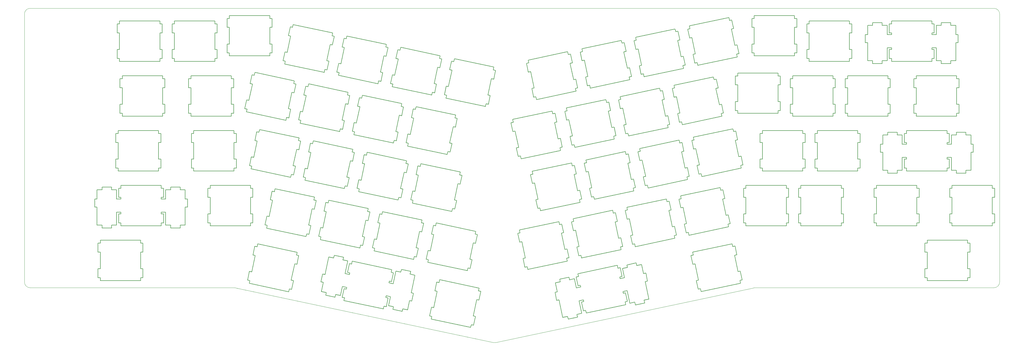
<source format=gbr>
%TF.GenerationSoftware,KiCad,Pcbnew,9.0.3*%
%TF.CreationDate,2025-08-01T16:01:54+05:00*%
%TF.ProjectId,plate,706c6174-652e-46b6-9963-61645f706362,rev?*%
%TF.SameCoordinates,Original*%
%TF.FileFunction,Profile,NP*%
%FSLAX46Y46*%
G04 Gerber Fmt 4.6, Leading zero omitted, Abs format (unit mm)*
G04 Created by KiCad (PCBNEW 9.0.3) date 2025-08-01 16:01:54*
%MOMM*%
%LPD*%
G01*
G04 APERTURE LIST*
%TA.AperFunction,Profile*%
%ADD10C,0.200000*%
%TD*%
%TA.AperFunction,Profile*%
%ADD11C,0.050000*%
%TD*%
G04 APERTURE END LIST*
D10*
X110723200Y-96144800D02*
X110723200Y-90344800D01*
X314558800Y-136149300D02*
X314558800Y-130347900D01*
X265513800Y-108369500D02*
X264731800Y-108534900D01*
X118951400Y-141641000D02*
X119596600Y-138607800D01*
X326275800Y-92849800D02*
X324750800Y-92849800D01*
X311034800Y-111299300D02*
X311034800Y-117099300D01*
X59576000Y-120199800D02*
X59576000Y-121198900D01*
X211533800Y-133132700D02*
X211325800Y-132155800D01*
X50822700Y-159068900D02*
X52549300Y-159068900D01*
X267364800Y-117074600D02*
X266581800Y-117240000D01*
X164069800Y-158437800D02*
X163286800Y-158272300D01*
X146316800Y-166932000D02*
X147097800Y-167098700D01*
X292650800Y-87243800D02*
X292650800Y-86243800D01*
X211325800Y-132155800D02*
X212106800Y-131987600D01*
X58146900Y-139249900D02*
X58146900Y-140248900D01*
X306784800Y-108200100D02*
X305985800Y-108200100D01*
X76349600Y-159068900D02*
X76349600Y-160050000D01*
X334848800Y-121198900D02*
X348847800Y-121198900D01*
X337858800Y-165348600D02*
X337858800Y-168447900D01*
X76349600Y-145847900D02*
X76349600Y-146770000D01*
X106970700Y-126825700D02*
X106186800Y-126658900D01*
X92472600Y-98048800D02*
X91673200Y-98048800D01*
X218343800Y-98918900D02*
X218988800Y-101952100D01*
X335836800Y-158299900D02*
X335836800Y-155199300D01*
X334848800Y-120199800D02*
X334848800Y-121198900D01*
X144236800Y-134748100D02*
X143455800Y-134579800D01*
X265376800Y-111568100D02*
X266157800Y-111401200D01*
X267845800Y-146825000D02*
X267061800Y-146991900D01*
X161021800Y-147413500D02*
X160238800Y-147246600D01*
D11*
X27670041Y-180872799D02*
X98459833Y-180872799D01*
D10*
X133974800Y-105882000D02*
X134757800Y-106048900D01*
X58623700Y-88149800D02*
X58623700Y-89149800D01*
X248799800Y-125211800D02*
X248591800Y-124233500D01*
X130176800Y-151234800D02*
X129532800Y-154266500D01*
X278650800Y-96144800D02*
X277849800Y-96144800D01*
X236714800Y-146233800D02*
X237497800Y-146067300D01*
X115341000Y-101921700D02*
X116123800Y-102088200D01*
X218863800Y-150029000D02*
X218219800Y-146995800D01*
X294842800Y-145299600D02*
X294842800Y-146300100D01*
X125604800Y-130786000D02*
X124821800Y-130620600D01*
X200354800Y-105912400D02*
X201137800Y-105745800D01*
X249375800Y-124066700D02*
X248729800Y-121035200D01*
X73422600Y-98048800D02*
X72623200Y-98048800D01*
X221620800Y-110491800D02*
X221828800Y-111468600D01*
X340275800Y-89149800D02*
X340275800Y-88149800D01*
X118930900Y-178391800D02*
X118146700Y-178225000D01*
X156093800Y-97292800D02*
X155885800Y-98270800D01*
X315357800Y-130347900D02*
X315357800Y-127250100D01*
X117295100Y-182235100D02*
X117503200Y-181256700D01*
X314558800Y-127250100D02*
X314558800Y-126249600D01*
X117960700Y-142452400D02*
X118168900Y-141474100D01*
X340275800Y-92849800D02*
X340275800Y-92248800D01*
X103809800Y-178346300D02*
X103601600Y-179326100D01*
X232195800Y-177660000D02*
X232071800Y-177073000D01*
X287734800Y-107246600D02*
X286935800Y-107246600D01*
X341074800Y-101149900D02*
X341074800Y-98048800D01*
X77672500Y-102148900D02*
X91673200Y-102148900D01*
X154450800Y-126541700D02*
X155656800Y-120868400D01*
X234254800Y-124112200D02*
X233471800Y-124279000D01*
X51154800Y-174249400D02*
X51154800Y-177348600D01*
X74374700Y-111299300D02*
X74374700Y-108200100D01*
X169599800Y-178066600D02*
X169391800Y-179045000D01*
X233277800Y-182746400D02*
X233151800Y-182159300D01*
X149233800Y-109126200D02*
X149878800Y-106093000D01*
X281507800Y-130347900D02*
X281507800Y-136149300D01*
X315357800Y-139249900D02*
X315357800Y-136149300D01*
X347230800Y-145299600D02*
X347230800Y-146300100D01*
X81373800Y-159068900D02*
X81373800Y-152799000D01*
X324963800Y-127720000D02*
X323238800Y-127720000D01*
X58623700Y-102148900D02*
X72623200Y-102148900D01*
X310235800Y-117099300D02*
X310235800Y-120199800D01*
X321036800Y-149397900D02*
X321036800Y-155199300D01*
X296899800Y-101149900D02*
X297700800Y-101149900D01*
X353457800Y-168447900D02*
X353457800Y-165348600D01*
X318000800Y-92849800D02*
X317175800Y-92849800D01*
X186363800Y-113848400D02*
X187569800Y-108175100D01*
X252644800Y-129556900D02*
X238950800Y-132468800D01*
X310235800Y-111299300D02*
X311034800Y-111299300D01*
X331513800Y-130347900D02*
X331513800Y-130950000D01*
X122123900Y-119670700D02*
X121341100Y-119504200D01*
D11*
X189085477Y-199914422D02*
G75*
G02*
X188253838Y-199914404I-415777J1956322D01*
G01*
D10*
X322414800Y-130950000D02*
X322414800Y-133749000D01*
X253531800Y-123183300D02*
X253740800Y-124161900D01*
X308843800Y-155199300D02*
X308843800Y-149397900D01*
X216950800Y-177118500D02*
X217594800Y-180150100D01*
X161437800Y-166977500D02*
X162643800Y-161304100D01*
X106303900Y-166609500D02*
X105521100Y-166442800D01*
X74374700Y-120199800D02*
X74374700Y-117099300D01*
X290592800Y-149397900D02*
X290592800Y-146300100D01*
X132450800Y-96458800D02*
X133095800Y-93427800D01*
X174727800Y-101254600D02*
X174519800Y-102231800D01*
X286935800Y-119246300D02*
X287734800Y-119246300D01*
X156080800Y-146363300D02*
X157286800Y-140689900D01*
X160376800Y-150445300D02*
X160168800Y-151423500D01*
X208829800Y-120417900D02*
X208621800Y-119439300D01*
X58775300Y-120199800D02*
X59576000Y-120199800D01*
X220194800Y-107625400D02*
X220837800Y-110657200D01*
X213980800Y-190803770D02*
X214184800Y-191762870D01*
X315357800Y-127250100D02*
X314558800Y-127250100D01*
X305985800Y-108200100D02*
X305985800Y-107199600D01*
X252236800Y-91715800D02*
X251453800Y-91882800D01*
X352658800Y-178349100D02*
X352658800Y-177348600D01*
X249856800Y-153817100D02*
X249211800Y-150785700D01*
X96723900Y-90344800D02*
X96723900Y-96144800D01*
X213655800Y-170610000D02*
X214439800Y-170444600D01*
X159756800Y-182619600D02*
X161058800Y-176485900D01*
X287734800Y-119246300D02*
X287734800Y-116145700D01*
X153251800Y-106810900D02*
X152608800Y-109844100D01*
X147742800Y-164067100D02*
X146959800Y-163900300D01*
X151092800Y-187423400D02*
X151737800Y-184391800D01*
X338657800Y-174249400D02*
X337858800Y-174249400D01*
X161058800Y-176485900D02*
X159371800Y-176129000D01*
X234863800Y-137528600D02*
X235646800Y-137362100D01*
X311700800Y-102148900D02*
X311700800Y-101149900D01*
X58623700Y-89149800D02*
X57823100Y-89149800D01*
X123525100Y-162088300D02*
X124307800Y-162254800D01*
X278650800Y-99244100D02*
X278650800Y-100244600D01*
X117835200Y-90184800D02*
X117191700Y-93216800D01*
X83388500Y-121198900D02*
X97387800Y-121198900D01*
X176703800Y-144817400D02*
X177348800Y-141785600D01*
X129108800Y-160106400D02*
X128327800Y-159939900D01*
X269694800Y-155530200D02*
X268913800Y-155696700D01*
X160792800Y-170009100D02*
X161575800Y-170175900D01*
X96723900Y-100244600D02*
X110723200Y-100244600D01*
X173867800Y-130668900D02*
X173084800Y-130502000D01*
X186501800Y-117047100D02*
X187144800Y-114015300D01*
X72945600Y-136149300D02*
X72146600Y-136149300D01*
X50822700Y-146770000D02*
X50822700Y-150000000D01*
X138450800Y-114041400D02*
X137667800Y-113874900D01*
X346313800Y-139249900D02*
X346313800Y-136149300D01*
X159815800Y-121751700D02*
X160596800Y-121918200D01*
X153586800Y-187473100D02*
X153395800Y-188372900D01*
X230740800Y-128028700D02*
X230096800Y-124995500D01*
X218288800Y-151172700D02*
X218080800Y-150194400D01*
X112534000Y-146461300D02*
X112325800Y-147439600D01*
X346313800Y-136149300D02*
X345514800Y-136149300D01*
X334848800Y-107199600D02*
X334848800Y-108200100D01*
X111524000Y-87243800D02*
X110723200Y-87243800D01*
X51955400Y-174249400D02*
X51154800Y-174249400D01*
X146959800Y-163900300D02*
X146316800Y-166932000D01*
X274992800Y-155199300D02*
X274992800Y-158299900D01*
X111524000Y-90344800D02*
X111524000Y-87243800D01*
X90055300Y-159298900D02*
X104055000Y-159298900D01*
X234644800Y-181842400D02*
X235573800Y-186214900D01*
X295508800Y-127250100D02*
X295508800Y-126249600D01*
X204386800Y-153104800D02*
X204594800Y-154083100D01*
X233151800Y-182159300D02*
X234644800Y-181842400D01*
X137024800Y-116907700D02*
X137805800Y-117073200D01*
X121478700Y-122702500D02*
X121270900Y-123681100D01*
X240462800Y-107508300D02*
X254155800Y-104597900D01*
X136616800Y-184346300D02*
X136408800Y-185324700D01*
X271513800Y-90786800D02*
X270870800Y-87753800D01*
X216229800Y-141489300D02*
X217012800Y-141323800D01*
X354613800Y-130950000D02*
X353789800Y-130950000D01*
X240290800Y-175938800D02*
X239617800Y-172780400D01*
X272135800Y-107246600D02*
X272135800Y-110347100D01*
X308843800Y-158299900D02*
X309642800Y-158299900D01*
X74624100Y-146770000D02*
X74624100Y-150000000D01*
D11*
X98459833Y-180872799D02*
G75*
G02*
X98875654Y-180916513I-33J-1999901D01*
G01*
D10*
X318000800Y-101918900D02*
X319724800Y-101918900D01*
X83539900Y-127250100D02*
X83539900Y-130347900D01*
X136468800Y-94143800D02*
X135825800Y-97176800D01*
X152805800Y-175519900D02*
X153013800Y-174541500D01*
X325834800Y-117099300D02*
X325035800Y-117099300D01*
X72623200Y-88149800D02*
X58623700Y-88149800D01*
X128484800Y-178835500D02*
X129290800Y-179006400D01*
X82587700Y-120199800D02*
X83388500Y-120199800D01*
X83388500Y-107199600D02*
X83388500Y-108200100D01*
X51154800Y-168447900D02*
X51955400Y-168447900D01*
X104558000Y-106837000D02*
X103912800Y-109868800D01*
X98340300Y-140248900D02*
X98340300Y-139249900D01*
X218799800Y-185823500D02*
X219444800Y-188856580D01*
X354613800Y-133749000D02*
X354613800Y-130950000D01*
X269556800Y-158728500D02*
X270339800Y-158562000D01*
X319724800Y-101918900D02*
X319724800Y-102900000D01*
X258888800Y-102569400D02*
X259096800Y-103547700D01*
X129608800Y-105977300D02*
X129816800Y-104998700D01*
X209736800Y-179131800D02*
X210407800Y-182291600D01*
X135400800Y-103015700D02*
X134619800Y-102850600D01*
X240254800Y-106529700D02*
X240462800Y-107508300D01*
X254085800Y-100421000D02*
X253304800Y-100587900D01*
X312499800Y-89149800D02*
X311700800Y-89149800D01*
X104695600Y-110037000D02*
X103489800Y-115709000D01*
X250279800Y-159657300D02*
X249072800Y-153984000D01*
X348847800Y-121198900D02*
X348847800Y-120199800D01*
X258244800Y-99537700D02*
X257460800Y-99703100D01*
X323238800Y-130950000D02*
X322414800Y-130950000D01*
X72945600Y-139249900D02*
X72945600Y-136149300D01*
X123974800Y-110964500D02*
X123191700Y-110799000D01*
X218080800Y-150194400D02*
X218863800Y-150029000D01*
X173091800Y-105098100D02*
X173875800Y-105264700D01*
X241096800Y-175768000D02*
X240290800Y-175938800D01*
X171885800Y-110771500D02*
X171242800Y-113804300D01*
X275792800Y-158299900D02*
X275792800Y-159298900D01*
X346429800Y-155199300D02*
X346429800Y-158299900D01*
X338657800Y-177348600D02*
X338657800Y-178349100D01*
X272135800Y-119246300D02*
X272934800Y-119246300D01*
X132519800Y-92283800D02*
X118826100Y-89371800D01*
X209612800Y-120251000D02*
X208829800Y-120417900D01*
X96723900Y-86243800D02*
X96723900Y-87243800D01*
X215893800Y-156844600D02*
X216101800Y-157823300D01*
X103912800Y-109868800D02*
X104695600Y-110037000D01*
X268009800Y-120106400D02*
X267364800Y-117074600D01*
X110723200Y-90344800D02*
X111524000Y-90344800D01*
X253740800Y-124161900D02*
X267433800Y-121251500D01*
X130599800Y-105165500D02*
X131244800Y-102133800D01*
X273716800Y-178293900D02*
X274498800Y-178127200D01*
X241679800Y-178507500D02*
X241096800Y-175768000D01*
X81373800Y-152799000D02*
X82199300Y-152799000D01*
X334047800Y-117099300D02*
X334047800Y-120199800D01*
X267707800Y-150023300D02*
X268488800Y-149856800D01*
X324750800Y-92849800D02*
X324750800Y-89619800D01*
X158608800Y-127425100D02*
X157963800Y-130456900D01*
X251037800Y-111446700D02*
X250254800Y-111612200D01*
X280708800Y-130347900D02*
X281507800Y-130347900D01*
X57346300Y-127250100D02*
X57346300Y-130347900D01*
X135833800Y-184180900D02*
X136616800Y-184346300D01*
X240871800Y-178678400D02*
X241679800Y-178507500D01*
X222238800Y-149311100D02*
X223020800Y-149144200D01*
D11*
X25670041Y-85717799D02*
G75*
G02*
X27670041Y-83717801I2000029J-31D01*
G01*
D10*
X252586800Y-150068800D02*
X253229800Y-153100600D01*
X50822700Y-150000000D02*
X50000000Y-150000000D01*
X273336800Y-135279700D02*
X272131800Y-129607700D01*
X72945600Y-127250100D02*
X72146600Y-127250100D01*
X140080800Y-133863300D02*
X139297800Y-133697800D01*
X321036800Y-146300100D02*
X320235800Y-146300100D01*
X169578800Y-101183000D02*
X169787800Y-100204800D01*
X116123800Y-102088200D02*
X115915700Y-103066800D01*
X159979800Y-185530000D02*
X160562800Y-182791800D01*
X122546900Y-113830800D02*
X123330700Y-113995900D01*
X122901000Y-143502600D02*
X136595800Y-146413000D01*
X106186800Y-126658900D02*
X105543300Y-129692000D01*
X105340500Y-107003800D02*
X104558000Y-106837000D01*
X291185800Y-120199800D02*
X291984800Y-120199800D01*
X104055000Y-145299600D02*
X90055300Y-145299600D01*
X272934800Y-120246800D02*
X286935800Y-120246800D01*
X196847800Y-135233100D02*
X197631800Y-135066300D01*
X151898800Y-187114700D02*
X153586800Y-187473100D01*
X185718800Y-116881600D02*
X186501800Y-117047100D01*
X264523800Y-107557700D02*
X250829800Y-110466700D01*
X72623200Y-102148900D02*
X72623200Y-101149900D01*
X134757800Y-106048900D02*
X134549800Y-107027100D01*
X253159800Y-148923700D02*
X253367800Y-149900900D01*
X59099100Y-149397900D02*
X59099100Y-150000000D01*
X248428800Y-150950800D02*
X248220800Y-149973900D01*
X232611800Y-94864800D02*
X218918800Y-97774800D01*
X76873100Y-98048800D02*
X76873100Y-101149900D01*
X234058800Y-182581000D02*
X233277800Y-182746400D01*
X255863800Y-161638900D02*
X256071800Y-162617500D01*
X143593800Y-137779500D02*
X142387800Y-143452800D01*
D11*
X278464428Y-180916503D02*
G75*
G02*
X278880248Y-180872809I415772J-1956297D01*
G01*
D10*
X73422600Y-92248800D02*
X73422600Y-89149800D01*
X325035800Y-117099300D02*
X325035800Y-111299300D01*
X338657800Y-165348600D02*
X337858800Y-165348600D01*
X219458800Y-185069800D02*
X219582800Y-185656800D01*
X251245800Y-90902800D02*
X237552800Y-93814800D01*
X66755400Y-174249400D02*
X65955000Y-174249400D01*
X271866800Y-169588800D02*
X272647800Y-169422100D01*
X214184800Y-191762870D02*
X217412800Y-191076610D01*
X239617800Y-172780400D02*
X237931800Y-173140000D01*
X174852800Y-153522200D02*
X175497800Y-150490800D01*
X314558800Y-126249600D02*
X300557800Y-126249600D01*
X156144800Y-175442800D02*
X154456800Y-175083100D01*
X157963800Y-130456900D02*
X158747800Y-130623400D01*
X257037800Y-93863800D02*
X258244800Y-99537700D01*
X309642800Y-146300100D02*
X308843800Y-146300100D01*
X257526800Y-169467600D02*
X256745800Y-169632900D01*
X311034800Y-107199600D02*
X311034800Y-108200100D01*
X239803800Y-136478800D02*
X241009800Y-142150700D01*
X233015800Y-174183200D02*
X233686800Y-177343100D01*
X76349600Y-160050000D02*
X79649800Y-160050000D01*
X51955400Y-164348200D02*
X51955400Y-165348600D01*
X180589800Y-193693520D02*
X181372800Y-193858860D01*
X174070800Y-153357100D02*
X174852800Y-153522200D01*
X292650800Y-100244600D02*
X292650800Y-99244100D01*
X144654800Y-154312100D02*
X144862800Y-153333400D01*
X55849700Y-146770000D02*
X55849700Y-145847900D01*
X325474800Y-98048800D02*
X325474800Y-101149900D01*
X105548600Y-106025600D02*
X105340500Y-107003800D01*
X104877600Y-169475900D02*
X105659000Y-169641200D01*
X128256800Y-164116700D02*
X141950800Y-167027100D01*
X156622800Y-189059150D02*
X156815800Y-188159300D01*
X248591800Y-124233500D02*
X249375800Y-124066700D01*
X55849700Y-160050000D02*
X55849700Y-159068900D01*
X290592800Y-158299900D02*
X290592800Y-155199300D01*
X132863800Y-170492800D02*
X131177800Y-170135900D01*
X236977800Y-94959800D02*
X237620800Y-97991800D01*
X119353900Y-172553000D02*
X120136700Y-172718400D01*
X155240800Y-101304400D02*
X154034800Y-106977700D01*
X58299900Y-146300100D02*
X58299900Y-149397900D01*
X300557800Y-139249900D02*
X300557800Y-140248900D01*
X83388500Y-111299300D02*
X83388500Y-117099300D01*
X166376800Y-168027600D02*
X165593800Y-167860800D01*
X137667800Y-113874900D02*
X137875800Y-112897700D01*
X182703800Y-162399500D02*
X181920800Y-162233000D01*
X74374700Y-117099300D02*
X73575300Y-117099300D01*
X197467800Y-161783500D02*
X196684800Y-161950400D01*
X163078800Y-137730100D02*
X162870800Y-138706900D01*
X296899800Y-89149800D02*
X296899800Y-92248800D01*
X118286000Y-181424800D02*
X118930900Y-178391800D01*
X230440800Y-157944600D02*
X231221800Y-157779200D01*
X95923100Y-90344800D02*
X96723900Y-90344800D01*
X200284800Y-101736900D02*
X200492800Y-102714100D01*
X121445800Y-129902700D02*
X120664400Y-129736100D01*
X257460800Y-99703100D02*
X258105800Y-102735900D01*
X289793800Y-145299600D02*
X275792800Y-145299600D01*
X286935800Y-116145700D02*
X286935800Y-110347100D01*
X195779800Y-126359700D02*
X196985800Y-132033100D01*
X335035800Y-158299900D02*
X335836800Y-158299900D01*
X277849800Y-87243800D02*
X277849800Y-90344800D01*
X281507800Y-127250100D02*
X280708800Y-127250100D01*
X218803800Y-170539700D02*
X232497800Y-167627900D01*
X89254900Y-146300100D02*
X89254900Y-149397900D01*
X300557800Y-140248900D02*
X314558800Y-140248900D01*
X237261800Y-185856600D02*
X237463800Y-186815700D01*
X180071800Y-170938000D02*
X181277800Y-165265900D01*
X272934800Y-116145700D02*
X272135800Y-116145700D01*
X155656800Y-120868400D02*
X156439800Y-121035200D01*
X154457800Y-101137500D02*
X155240800Y-101304400D01*
X291185800Y-117099300D02*
X291185800Y-120199800D01*
X215377800Y-137477800D02*
X201684800Y-140389700D01*
X134549800Y-107027100D02*
X148242800Y-109937500D01*
X104855400Y-146300100D02*
X104055000Y-146300100D01*
X232854800Y-176907600D02*
X232209800Y-173874600D01*
X58146900Y-127250100D02*
X57346300Y-127250100D01*
X164950800Y-170893900D02*
X165731800Y-171059200D01*
X310235800Y-108200100D02*
X310235800Y-111299300D01*
X151084800Y-100421000D02*
X151727800Y-97387800D01*
X296899800Y-92248800D02*
X297700800Y-92248800D01*
X233471800Y-124279000D02*
X234116800Y-127310800D01*
X334848800Y-108200100D02*
X334047800Y-108200100D01*
X256745800Y-169632900D02*
X257388800Y-172666000D01*
X166113800Y-190616340D02*
X166896800Y-190781730D01*
X135956800Y-125779700D02*
X136599800Y-122748000D01*
X232209800Y-173874600D02*
X231426800Y-174041300D01*
X305985800Y-120199800D02*
X306784800Y-120199800D01*
X215317800Y-157989800D02*
X215962800Y-161021500D01*
X73098700Y-145299600D02*
X59099100Y-145299600D01*
X248220800Y-149973900D02*
X234527800Y-152884400D01*
X167084800Y-112919900D02*
X167867800Y-113086400D01*
X133067800Y-169535100D02*
X132863800Y-170492800D01*
X92472600Y-101149900D02*
X92472600Y-98048800D01*
X201560800Y-111585700D02*
X202204800Y-114618900D01*
X253367800Y-149900900D02*
X252586800Y-150068800D01*
X140757800Y-123629900D02*
X139974800Y-123464500D01*
X323238800Y-133749000D02*
X323238800Y-140018900D01*
X275792800Y-159298900D02*
X289793800Y-159298900D01*
X180852800Y-171104700D02*
X180071800Y-170938000D01*
X270732800Y-90953800D02*
X271513800Y-90786800D01*
X239609800Y-103498300D02*
X238826800Y-103664800D01*
X77672500Y-88149800D02*
X77672500Y-89149800D01*
X245889800Y-111516900D02*
X232195800Y-114428800D01*
X131244800Y-102133800D02*
X130461800Y-101965800D01*
X129290800Y-179006400D02*
X128619800Y-182166200D01*
X296307800Y-139249900D02*
X296307800Y-136149300D01*
X180209800Y-174136400D02*
X180852800Y-171104700D01*
X335035800Y-149397900D02*
X335836800Y-149397900D01*
X252887800Y-120151900D02*
X252105800Y-120317000D01*
X343524800Y-88698800D02*
X343524800Y-89619800D01*
X259377800Y-178172700D02*
X258594800Y-178339400D01*
X272719800Y-96460800D02*
X271938800Y-96625800D01*
X272135800Y-116145700D02*
X272135800Y-119246300D01*
X83388500Y-108200100D02*
X82587700Y-108200100D01*
X136478800Y-181147900D02*
X135833800Y-184180900D01*
X151737800Y-184391800D02*
X150954800Y-184225000D01*
X234247800Y-98707900D02*
X233602800Y-95676800D01*
X306784800Y-111299300D02*
X306784800Y-108200100D01*
X346825800Y-102900000D02*
X346825800Y-101918900D01*
X73422600Y-101149900D02*
X73422600Y-98048800D01*
X158502800Y-188518970D02*
X159173800Y-185357800D01*
X170361800Y-101349900D02*
X169578800Y-101183000D01*
X129065800Y-176096000D02*
X128484800Y-178835500D01*
X362030800Y-155199300D02*
X361229800Y-155199300D01*
X331513800Y-139249900D02*
X331513800Y-140248900D01*
X217464800Y-111375100D02*
X216819800Y-108341900D01*
X237739800Y-172238800D02*
X234512800Y-172925100D01*
X74624100Y-150000000D02*
X73098700Y-150000000D01*
X50822700Y-152799000D02*
X50822700Y-159068900D01*
X306784800Y-117099300D02*
X305985800Y-117099300D01*
X291185800Y-108200100D02*
X291185800Y-111299300D01*
X84340700Y-136149300D02*
X83539900Y-136149300D01*
X149593800Y-155361900D02*
X148810800Y-155194000D01*
X240871800Y-145350400D02*
X241654800Y-145183900D01*
X169787800Y-100204800D02*
X156093800Y-97292800D01*
X168227800Y-159322600D02*
X167444800Y-159155700D01*
X271487800Y-126574900D02*
X271279800Y-125596300D01*
X334047800Y-108200100D02*
X334047800Y-111299300D01*
X236922800Y-147212400D02*
X236714800Y-146233800D01*
X294842800Y-158299900D02*
X294842800Y-159298900D01*
X123109200Y-142524300D02*
X122901000Y-143502600D01*
X258860800Y-138357000D02*
X259505800Y-141390200D01*
X98340300Y-127250100D02*
X98340300Y-126249600D01*
X223020800Y-149144200D02*
X223227800Y-150124200D01*
X52549300Y-145847900D02*
X52549300Y-146770000D01*
X58623700Y-98048800D02*
X57823100Y-98048800D01*
X328264800Y-126797900D02*
X324963800Y-126797900D01*
X58775300Y-117099300D02*
X58775300Y-120199800D01*
X153395800Y-188372900D02*
X156622800Y-189059150D01*
X275792800Y-155199300D02*
X274992800Y-155199300D01*
X173861800Y-154333900D02*
X174070800Y-153357100D01*
X72146600Y-130347900D02*
X72945600Y-130347900D01*
X292650800Y-86243800D02*
X278650800Y-86243800D01*
X216101800Y-157823300D02*
X215317800Y-157989800D01*
X257009800Y-129651800D02*
X257654800Y-132685000D01*
X237620800Y-97991800D02*
X238403800Y-97824800D01*
X83539900Y-130347900D02*
X84340700Y-130347900D01*
X124175800Y-133652300D02*
X124959800Y-133817800D01*
X120872600Y-128758900D02*
X107178800Y-125845700D01*
X187569800Y-108175100D02*
X188350800Y-108341900D01*
X73575300Y-121198900D02*
X73575300Y-120199800D01*
X326275800Y-98048800D02*
X325474800Y-98048800D01*
X73575300Y-117099300D02*
X73575300Y-111299300D01*
X84340700Y-139249900D02*
X84340700Y-140248900D01*
X73098700Y-155199300D02*
X73098700Y-154598500D01*
X218219800Y-146995800D02*
X217435800Y-147162700D01*
X264731800Y-108534900D02*
X264523800Y-107557700D01*
X124821800Y-130620600D02*
X124175800Y-133652300D01*
X235379800Y-156894400D02*
X236584800Y-162567800D01*
X260288800Y-141223300D02*
X260496800Y-142201900D01*
X155233800Y-126707200D02*
X154450800Y-126541700D01*
X111524000Y-99244100D02*
X111524000Y-96144800D01*
X338657800Y-168447900D02*
X338657800Y-174249400D01*
X121341100Y-119504200D02*
X120697600Y-122535600D01*
X321036800Y-145299600D02*
X321036800Y-146300100D01*
X118618000Y-90349800D02*
X117835200Y-90184800D01*
X347230800Y-155199300D02*
X346429800Y-155199300D01*
X311034800Y-120199800D02*
X311034800Y-121198900D01*
X58623700Y-92248800D02*
X58623700Y-98048800D01*
X345514800Y-127250100D02*
X345514800Y-126249600D01*
X352658800Y-168447900D02*
X353457800Y-168447900D01*
X137875800Y-112897700D02*
X124182800Y-109985900D01*
X286935800Y-110347100D02*
X287734800Y-110347100D01*
X199961800Y-173521800D02*
X200170800Y-174498800D01*
X272268800Y-126408000D02*
X271487800Y-126574900D01*
X109693800Y-155979300D02*
X109048900Y-159011100D01*
X203194800Y-115430600D02*
X216888800Y-112518800D01*
X194998800Y-126526600D02*
X195779800Y-126359700D01*
X297700800Y-88149800D02*
X297700800Y-89149800D01*
X362030800Y-149397900D02*
X362030800Y-146300100D01*
X294043800Y-155199300D02*
X294043800Y-158299900D01*
X176565800Y-141618800D02*
X176773800Y-140640500D01*
X89254900Y-155199300D02*
X89254900Y-158299900D01*
X167444800Y-159155700D02*
X166799800Y-162187500D01*
X137805800Y-117073200D02*
X138450800Y-114041400D01*
X345514800Y-126249600D02*
X331513800Y-126249600D01*
X57823100Y-92248800D02*
X58623700Y-92248800D01*
X213011800Y-167578300D02*
X211806800Y-161904900D01*
X273853800Y-175095500D02*
X273072800Y-175260900D01*
X337858800Y-168447900D02*
X338657800Y-168447900D01*
X103027000Y-178180900D02*
X103809800Y-178346300D01*
X166896800Y-190781730D02*
X166687800Y-191760120D01*
X119034300Y-109914300D02*
X119242400Y-108936000D01*
X109048900Y-159011100D02*
X109831700Y-159177900D01*
X232264800Y-118605600D02*
X233048800Y-118438800D01*
X124952800Y-159222000D02*
X124169800Y-159056600D01*
X258594800Y-178339400D02*
X259239800Y-181371100D01*
X349374800Y-92849800D02*
X348550800Y-92849800D01*
X59576000Y-107199600D02*
X59576000Y-108200100D01*
X272913800Y-129439800D02*
X272268800Y-126408000D01*
X267225800Y-120272900D02*
X268009800Y-120106400D01*
X161575800Y-170175900D02*
X162220800Y-167142800D01*
X59099100Y-155199300D02*
X58299900Y-155199300D01*
X124307800Y-162254800D02*
X124952800Y-159222000D01*
X59099100Y-159298900D02*
X73098700Y-159298900D01*
D11*
X27670041Y-83717799D02*
X361752541Y-83717799D01*
D10*
X348763800Y-127720000D02*
X347038800Y-127720000D01*
X140959800Y-146317800D02*
X141742800Y-146486000D01*
X134619800Y-102850600D02*
X133974800Y-105882000D01*
X120780200Y-169686700D02*
X119998700Y-169520000D01*
X348763800Y-140018900D02*
X348763800Y-141000000D01*
X110899600Y-150305900D02*
X111681000Y-150472800D01*
X211161800Y-158873100D02*
X210953800Y-157894900D01*
X331513800Y-135549900D02*
X331513800Y-136149300D01*
X59099100Y-146300100D02*
X58299900Y-146300100D01*
X110723200Y-100244600D02*
X110723200Y-99244100D01*
X268913800Y-155696700D02*
X267707800Y-150023300D01*
X175717800Y-121963700D02*
X174935800Y-121795800D01*
X232289800Y-166650900D02*
X233072800Y-166482800D01*
X73575300Y-108200100D02*
X73575300Y-107199600D01*
X346313800Y-130347900D02*
X346313800Y-127250100D01*
X136850800Y-175909900D02*
X137779800Y-171538800D01*
X273923800Y-179272400D02*
X273716800Y-178293900D01*
X59099100Y-158299900D02*
X59099100Y-159298900D01*
X216819800Y-108341900D02*
X216036800Y-108508800D01*
X203603800Y-153271400D02*
X204386800Y-153104800D01*
X103601600Y-179326100D02*
X117295100Y-182235100D01*
X119242400Y-108936000D02*
X105548600Y-106025600D01*
X59576000Y-111299300D02*
X59576000Y-117099300D01*
X102638200Y-119719000D02*
X116332000Y-122630800D01*
X277849800Y-99244100D02*
X278650800Y-99244100D01*
X210990800Y-185029800D02*
X212292800Y-191163430D01*
X123317000Y-163066600D02*
X123525100Y-162088300D01*
X76873100Y-92248800D02*
X77672500Y-92248800D01*
X347038800Y-135549900D02*
X347038800Y-140018900D01*
X293449800Y-99244100D02*
X293449800Y-96144800D01*
X236851800Y-143035500D02*
X236070800Y-143201000D01*
X104855400Y-155199300D02*
X104055000Y-155199300D01*
X160459800Y-118719900D02*
X159815800Y-121751700D01*
X347038800Y-127720000D02*
X347038800Y-130950000D01*
X153183800Y-110987800D02*
X166876800Y-113898200D01*
X163286800Y-158272300D02*
X163494800Y-157294100D01*
X340275800Y-102148900D02*
X340275800Y-101149900D01*
X326275800Y-92248800D02*
X326275800Y-92849800D01*
X135173800Y-125612900D02*
X135956800Y-125779700D01*
X174290800Y-124828600D02*
X175074800Y-124995500D01*
X234897800Y-127143900D02*
X235105800Y-128122200D01*
X240488800Y-185170300D02*
X242175800Y-184812100D01*
X324963800Y-141000000D02*
X328264800Y-141000000D01*
X289793800Y-155199300D02*
X289793800Y-149397900D01*
X200170800Y-174498800D02*
X213863800Y-171589800D01*
X208621800Y-119439300D02*
X194928800Y-122349700D01*
X198112800Y-164816700D02*
X199318800Y-170488700D01*
X176773800Y-140640500D02*
X163078800Y-137730100D01*
X352064800Y-126797900D02*
X348763800Y-126797900D01*
X211806800Y-161904900D02*
X212587800Y-161739400D01*
X346429800Y-149397900D02*
X347230800Y-149397900D01*
X348763800Y-126797900D02*
X348763800Y-127720000D01*
X138465800Y-175641200D02*
X138341800Y-176226900D01*
X234597800Y-157061200D02*
X235379800Y-156894400D01*
X159575800Y-175169900D02*
X156348800Y-174483600D01*
X57573700Y-146770000D02*
X55849700Y-146770000D01*
X210680800Y-129122700D02*
X209474800Y-123449300D01*
X182440800Y-184987100D02*
X183222800Y-185153800D01*
X196204800Y-132199900D02*
X196847800Y-135233100D01*
X297700800Y-89149800D02*
X296899800Y-89149800D01*
X118168900Y-141474100D02*
X118951400Y-141641000D01*
X91673200Y-101149900D02*
X92472600Y-101149900D01*
X240226800Y-142319000D02*
X240871800Y-145350400D01*
X211422800Y-178773500D02*
X209736800Y-179131800D01*
X238377800Y-133612500D02*
X239021800Y-136645600D01*
X323238800Y-127720000D02*
X323238800Y-130950000D01*
X98188600Y-108200100D02*
X97387800Y-108200100D01*
X98188600Y-120199800D02*
X98188600Y-117099300D01*
X348550800Y-89619800D02*
X346825800Y-89619800D01*
X162225800Y-141740100D02*
X161021800Y-147413500D01*
X300557800Y-130347900D02*
X300557800Y-136149300D01*
X59576000Y-121198900D02*
X73575300Y-121198900D01*
X281507800Y-139249900D02*
X281507800Y-140248900D01*
X79649800Y-146770000D02*
X79649800Y-145847900D01*
X171815800Y-114948400D02*
X185510800Y-117860200D01*
X58623700Y-101149900D02*
X58623700Y-102148900D01*
X340275800Y-101149900D02*
X341074800Y-101149900D01*
X210953800Y-157894900D02*
X197259800Y-160805300D01*
X259505800Y-141390200D02*
X260288800Y-141223300D01*
X233686800Y-177343100D02*
X232195800Y-177660000D01*
X217813800Y-169728100D02*
X218595800Y-169559900D01*
X167539800Y-187750000D02*
X166758800Y-187584700D01*
X90055300Y-146300100D02*
X89254900Y-146300100D01*
X155885800Y-98270800D02*
X155102800Y-98105800D01*
X346429800Y-158299900D02*
X347230800Y-158299900D01*
X232071800Y-177073000D02*
X232854800Y-176907600D01*
X72623200Y-101149900D02*
X73422600Y-101149900D01*
X220387800Y-140605900D02*
X221169800Y-140439100D01*
X153599800Y-130551800D02*
X153807800Y-129573500D01*
X215613800Y-102670000D02*
X214968800Y-99636800D01*
X271013800Y-165578800D02*
X257318800Y-168489200D01*
X161241800Y-118886800D02*
X160459800Y-118719900D01*
X197328800Y-164982100D02*
X198112800Y-164816700D01*
X72623200Y-98048800D02*
X72623200Y-92248800D01*
X117185000Y-118620800D02*
X118390800Y-112946000D01*
X337858800Y-177348600D02*
X338657800Y-177348600D01*
X308843800Y-146300100D02*
X308843800Y-145299600D01*
X292650800Y-96144800D02*
X292650800Y-90344800D01*
X142387800Y-143452800D02*
X141603800Y-143286300D01*
X352064800Y-141000000D02*
X352064800Y-140018900D01*
X159371800Y-176129000D02*
X159575800Y-175169900D01*
X98188600Y-117099300D02*
X97387800Y-117099300D01*
X236070800Y-143201000D02*
X234863800Y-137528600D01*
X353457800Y-165348600D02*
X352658800Y-165348600D01*
X345514800Y-140248900D02*
X345514800Y-139249900D01*
X238826800Y-103664800D02*
X239471800Y-106696600D01*
X136092800Y-171179100D02*
X136296800Y-170221400D01*
X329989800Y-127720000D02*
X328264800Y-127720000D01*
X274764800Y-138146000D02*
X274119800Y-135114600D01*
X235453800Y-104381300D02*
X234670800Y-104548200D01*
X328264800Y-141000000D02*
X328264800Y-140018900D01*
X110723200Y-99244100D02*
X111524000Y-99244100D01*
X273072800Y-175260900D02*
X271866800Y-169588800D01*
X218502800Y-180571800D02*
X217009800Y-180888800D01*
X110723200Y-86243800D02*
X96723900Y-86243800D01*
X325834800Y-120199800D02*
X325834800Y-117099300D01*
X202960800Y-150239900D02*
X203603800Y-153271400D01*
X182058800Y-165431300D02*
X182703800Y-162399500D01*
X232497800Y-167627900D02*
X232289800Y-166650900D01*
X217435800Y-147162700D02*
X216229800Y-141489300D01*
X352658800Y-177348600D02*
X353457800Y-177348600D01*
X295508800Y-139249900D02*
X296307800Y-139249900D01*
X216265800Y-131105600D02*
X216472800Y-132082800D01*
X217412800Y-191076610D02*
X217208800Y-190118890D01*
X59099100Y-154598500D02*
X59099100Y-155199300D01*
X272131800Y-129607700D02*
X272913800Y-129439800D01*
X233920800Y-185779400D02*
X234703800Y-185612700D01*
X267433800Y-121251500D02*
X267225800Y-120272900D01*
X254704800Y-139241700D02*
X253497800Y-133567000D01*
X271279800Y-125596300D02*
X257584800Y-128506700D01*
X325834800Y-111299300D02*
X325834800Y-108200100D01*
X252881800Y-94747800D02*
X252236800Y-91715800D01*
X103692300Y-138396800D02*
X104475100Y-138563700D01*
X57573700Y-150000000D02*
X57573700Y-146770000D01*
X156815800Y-188159300D02*
X158502800Y-188518970D01*
X104453200Y-175314600D02*
X103671800Y-175147900D01*
X353457800Y-177348600D02*
X353457800Y-174249400D01*
X59099100Y-145299600D02*
X59099100Y-146300100D01*
X334848800Y-111299300D02*
X334848800Y-117099300D01*
X305985800Y-121198900D02*
X305985800Y-120199800D01*
X139318800Y-171629700D02*
X139110800Y-172608100D01*
X293449800Y-90344800D02*
X293449800Y-87243800D01*
X165593800Y-167860800D02*
X164950800Y-170893900D01*
X104855400Y-158299900D02*
X104855400Y-155199300D01*
X231620800Y-115573900D02*
X232264800Y-118605600D01*
X341800800Y-89619800D02*
X341800800Y-92849800D01*
X217524800Y-175973300D02*
X217731800Y-176951700D01*
X291984800Y-117099300D02*
X291185800Y-117099300D01*
X306784800Y-120199800D02*
X306784800Y-117099300D01*
X126020800Y-150350000D02*
X126228800Y-149373200D01*
X115915700Y-103066800D02*
X129608800Y-105977300D01*
X326275800Y-101149900D02*
X326275800Y-102148900D01*
X73899200Y-158299900D02*
X73899200Y-155199300D01*
X272004800Y-166390400D02*
X271221800Y-166555800D01*
X346825800Y-101918900D02*
X348550800Y-101918900D01*
X291984800Y-111299300D02*
X291984800Y-117099300D01*
X251453800Y-91882800D02*
X251245800Y-90902800D01*
X218896800Y-189760580D02*
X217965800Y-185388100D01*
X150101800Y-188235100D02*
X150309800Y-187258100D01*
X156509800Y-116856900D02*
X142816800Y-113947900D01*
X201108800Y-141534800D02*
X201753800Y-144566600D01*
X155436800Y-149395000D02*
X156218800Y-149561900D01*
X198535800Y-170655500D02*
X199180800Y-173688500D01*
X257388800Y-172666000D02*
X258171800Y-172499300D01*
X305985800Y-117099300D02*
X305985800Y-111299300D01*
X134965800Y-126590100D02*
X135173800Y-125612900D01*
X122971300Y-139325700D02*
X122326400Y-142357500D01*
X181277800Y-165265900D02*
X182058800Y-165431300D01*
X119596600Y-138607800D02*
X118813800Y-138442300D01*
X181372800Y-193858860D02*
X182017800Y-190825820D01*
X291984800Y-121198900D02*
X305985800Y-121198900D01*
X158539800Y-131602000D02*
X172233800Y-134512400D01*
X73098700Y-150000000D02*
X73098700Y-149397900D01*
X52549300Y-160050000D02*
X55849700Y-160050000D01*
X325035800Y-120199800D02*
X325834800Y-120199800D01*
X323024800Y-102900000D02*
X323024800Y-101918900D01*
X137447800Y-142403000D02*
X138652800Y-136729600D01*
X230096800Y-124995500D02*
X229314800Y-125162400D01*
X188212800Y-105143600D02*
X188420800Y-104165000D01*
X257318800Y-168489200D02*
X257526800Y-169467600D01*
X324750800Y-89619800D02*
X323024800Y-89619800D01*
X73575300Y-111299300D02*
X74374700Y-111299300D01*
X214413800Y-122399400D02*
X215620800Y-128074200D01*
X348847800Y-107199600D02*
X334848800Y-107199600D01*
X104055000Y-149397900D02*
X104855400Y-149397900D01*
X318000800Y-95648800D02*
X318000800Y-101918900D01*
X142810800Y-137613000D02*
X143593800Y-137779500D01*
X352658800Y-165348600D02*
X352658800Y-164348200D01*
X120664400Y-129736100D02*
X120872600Y-128758900D01*
X156862800Y-146528700D02*
X156080800Y-146363300D01*
X132312800Y-93261800D02*
X132519800Y-92283800D01*
X337858800Y-174249400D02*
X337858800Y-177348600D01*
X153527800Y-179455600D02*
X152035800Y-179138700D01*
X341800800Y-97449800D02*
X341800800Y-101918900D01*
X281507800Y-136149300D02*
X280708800Y-136149300D01*
X135818800Y-122579700D02*
X137024800Y-116907700D01*
X57823100Y-101149900D02*
X58623700Y-101149900D01*
X139435800Y-136895100D02*
X140080800Y-133863300D01*
X201892800Y-141367900D02*
X201108800Y-141534800D01*
X98340300Y-136149300D02*
X98340300Y-130347900D01*
X141603800Y-143286300D02*
X140959800Y-146317800D01*
X144444800Y-133769500D02*
X144236800Y-134748100D01*
X255080800Y-161805800D02*
X255863800Y-161638900D01*
X57573700Y-154598500D02*
X59099100Y-154598500D01*
X272581800Y-99659000D02*
X273364800Y-99492200D01*
X84340700Y-140248900D02*
X98340300Y-140248900D01*
X51955400Y-177348600D02*
X51955400Y-178349100D01*
X347230800Y-146300100D02*
X346429800Y-146300100D01*
X139329800Y-126496200D02*
X140112800Y-126663100D01*
X325035800Y-121198900D02*
X325035800Y-120199800D01*
X129816800Y-104998700D02*
X130599800Y-105165500D01*
X51955400Y-165348600D02*
X51154800Y-165348600D01*
X104855400Y-149397900D02*
X104855400Y-146300100D01*
X250924800Y-162689100D02*
X251705800Y-162523700D01*
X162643800Y-161304100D02*
X163424800Y-161471000D01*
X156218800Y-149561900D02*
X156862800Y-146528700D01*
X73098700Y-159298900D02*
X73098700Y-158299900D01*
X296307800Y-127250100D02*
X295508800Y-127250100D01*
X291984800Y-107199600D02*
X291984800Y-108200100D01*
X294842800Y-149397900D02*
X294842800Y-155199300D01*
X157930800Y-137658500D02*
X158138800Y-136679900D01*
X289793800Y-149397900D02*
X290592800Y-149397900D01*
X328264800Y-127720000D02*
X328264800Y-126797900D01*
X311034800Y-117099300D02*
X310235800Y-117099300D01*
X165523800Y-172037600D02*
X179218800Y-174948000D01*
X216367800Y-138291000D02*
X215586800Y-138457500D01*
X260022800Y-181204300D02*
X260230800Y-182182800D01*
X194928800Y-122349700D02*
X195135800Y-123328300D01*
X174519800Y-102231800D02*
X173736800Y-102066400D01*
X182017800Y-190825820D02*
X181234800Y-190660440D01*
X104337500Y-135365400D02*
X103692300Y-138396800D01*
X158714800Y-137825000D02*
X157930800Y-137658500D01*
X231218800Y-173062900D02*
X217524800Y-175973300D01*
X98340300Y-126249600D02*
X84340700Y-126249600D01*
X274189800Y-139290100D02*
X273981800Y-138312900D01*
X163424800Y-161471000D02*
X164069800Y-158437800D01*
X58299900Y-158299900D02*
X59099100Y-158299900D01*
X272934800Y-110347100D02*
X272934800Y-116145700D01*
X266157800Y-111401200D02*
X265513800Y-108369500D01*
X219770800Y-101785200D02*
X220975800Y-107460000D01*
X215962800Y-161021500D02*
X216744800Y-160855000D01*
X123191700Y-110799000D02*
X122546900Y-113830800D01*
X220837800Y-110657200D02*
X221620800Y-110491800D01*
X294842800Y-146300100D02*
X294043800Y-146300100D01*
X149094800Y-105927500D02*
X150301800Y-100254200D01*
X234011800Y-133518600D02*
X220316800Y-136429000D01*
X352064800Y-127720000D02*
X352064800Y-126797900D01*
X219743800Y-137572700D02*
X220387800Y-140605900D01*
X325834800Y-108200100D02*
X325035800Y-108200100D01*
X254155800Y-104597900D02*
X253947800Y-103619300D01*
X319724800Y-88698800D02*
X319724800Y-89619800D01*
X111524000Y-96144800D02*
X110723200Y-96144800D01*
X326275800Y-97449800D02*
X326275800Y-98048800D01*
X162088800Y-138541800D02*
X161444800Y-141573200D01*
X82587700Y-111299300D02*
X83388500Y-111299300D01*
X281507800Y-140248900D02*
X295508800Y-140248900D01*
X217169800Y-166695000D02*
X217813800Y-169728100D01*
X58146900Y-130347900D02*
X58146900Y-136149300D01*
X296899800Y-98048800D02*
X296899800Y-101149900D01*
X167729800Y-109888200D02*
X168935800Y-104214800D01*
X135894800Y-180410600D02*
X137385800Y-180727600D01*
X142158800Y-166050100D02*
X142941800Y-166215400D01*
X216472800Y-132082800D02*
X230167800Y-129172400D01*
X175497800Y-150490800D02*
X174714800Y-150323900D01*
X329989800Y-130950000D02*
X329989800Y-127720000D01*
X65955000Y-177348600D02*
X66755400Y-177348600D01*
X291984800Y-108200100D02*
X291185800Y-108200100D01*
X152943800Y-178718300D02*
X153586800Y-175685300D01*
X145435800Y-154477200D02*
X144654800Y-154312100D01*
X259643800Y-138191500D02*
X258860800Y-138357000D01*
X280708800Y-136149300D02*
X280708800Y-139249900D01*
X138341800Y-176226900D02*
X136850800Y-175909900D01*
X217009800Y-180888800D02*
X216338800Y-177728900D01*
X253229800Y-153100600D02*
X254012800Y-152933700D01*
X128465800Y-163138200D02*
X128256800Y-164116700D01*
X267061800Y-146991900D02*
X266854800Y-146011900D01*
X79649800Y-145847900D02*
X76349600Y-145847900D01*
X330714800Y-127250100D02*
X330714800Y-130347900D01*
X353457800Y-174249400D02*
X352658800Y-174249400D01*
X335035800Y-159298900D02*
X335035800Y-158299900D01*
X348847800Y-111299300D02*
X349648800Y-111299300D01*
X187144800Y-114015300D02*
X186363800Y-113848400D01*
X212587800Y-161739400D02*
X211943800Y-158706600D01*
X217965800Y-185388100D02*
X219458800Y-185069800D01*
X349374800Y-95648800D02*
X349374800Y-92849800D01*
X296307800Y-136149300D02*
X295508800Y-136149300D01*
X218988800Y-101952100D02*
X219770800Y-101785200D01*
X347038800Y-140018900D02*
X348763800Y-140018900D01*
X116539800Y-121652600D02*
X117322600Y-121817700D01*
X325474800Y-101149900D02*
X326275800Y-101149900D01*
X102707300Y-115543500D02*
X102063500Y-118575300D01*
X91673200Y-102148900D02*
X91673200Y-101149900D01*
X159391800Y-127591600D02*
X158608800Y-127425100D01*
X271221800Y-166555800D02*
X271013800Y-165578800D01*
X55849700Y-159068900D02*
X57573700Y-159068900D01*
X311700800Y-89149800D02*
X311700800Y-88149800D01*
X324750800Y-101918900D02*
X324750800Y-97449800D01*
X325035800Y-111299300D02*
X325834800Y-111299300D01*
X97387800Y-111299300D02*
X98188600Y-111299300D01*
X110476600Y-156144700D02*
X109693800Y-155979300D01*
X295508800Y-130347900D02*
X296307800Y-130347900D01*
X315357800Y-136149300D02*
X314558800Y-136149300D01*
X343524800Y-102900000D02*
X346825800Y-102900000D01*
X73899200Y-146300100D02*
X73098700Y-146300100D01*
X89254900Y-149397900D02*
X90055300Y-149397900D01*
X142803800Y-163016800D02*
X144009800Y-157343500D01*
X163494800Y-157294100D02*
X149801800Y-154383700D01*
X216681800Y-111541600D02*
X217464800Y-111375100D01*
X116768700Y-99056800D02*
X115985900Y-98890000D01*
X73098700Y-158299900D02*
X73899200Y-158299900D01*
X141742800Y-146486000D02*
X141534800Y-147463200D01*
X299758800Y-136149300D02*
X299758800Y-139249900D01*
X323024800Y-88698800D02*
X319724800Y-88698800D01*
D11*
X363752541Y-178872799D02*
G75*
G02*
X361752541Y-180872841I-2000041J-1D01*
G01*
D10*
X129532800Y-154266500D02*
X130314800Y-154431600D01*
X183222800Y-185153800D02*
X183866800Y-182122100D01*
X345514800Y-136149300D02*
X345514800Y-135549900D01*
X277849800Y-96144800D02*
X277849800Y-99244100D01*
X51154800Y-165348600D02*
X51154800Y-168447900D01*
X120697600Y-122535600D02*
X121478700Y-122702500D01*
X214185800Y-99803700D02*
X213978800Y-98825100D01*
X246097800Y-112496600D02*
X245889800Y-111516900D01*
X257654800Y-132685000D02*
X258437800Y-132516700D01*
X213769800Y-119367600D02*
X212987800Y-119533100D01*
X228108800Y-119489000D02*
X228891800Y-119322100D01*
X109623600Y-160154800D02*
X123317000Y-163066600D01*
X195135800Y-123328300D02*
X194353800Y-123494800D01*
X294842800Y-155199300D02*
X294043800Y-155199300D01*
X136408800Y-185324700D02*
X150101800Y-188235100D01*
X297700800Y-98048800D02*
X296899800Y-98048800D01*
X312499800Y-98048800D02*
X311700800Y-98048800D01*
X105521100Y-166442800D02*
X104877600Y-169475900D01*
X210407800Y-182291600D02*
X209601800Y-182463900D01*
X72623200Y-92248800D02*
X73422600Y-92248800D01*
X106325800Y-129858600D02*
X105118600Y-135531900D01*
X188350800Y-108341900D02*
X188995800Y-105308800D01*
X150309800Y-187258100D02*
X151092800Y-187423400D01*
X154588800Y-129740000D02*
X155233800Y-126707200D01*
X143455800Y-134579800D02*
X142810800Y-137613000D01*
X179426800Y-173971000D02*
X180209800Y-174136400D01*
X349648800Y-120199800D02*
X349648800Y-117099300D01*
X254012800Y-152933700D02*
X255218800Y-158607100D01*
X234527800Y-152884400D02*
X234735800Y-153862600D01*
X97387800Y-120199800D02*
X98188600Y-120199800D01*
X95923100Y-96144800D02*
X95923100Y-99244100D01*
X330714800Y-139249900D02*
X331513800Y-139249900D01*
X259096800Y-103547700D02*
X272790800Y-100637300D01*
X65955000Y-174249400D02*
X65955000Y-168447900D01*
X147097800Y-167098700D02*
X146891800Y-168077200D01*
X156348800Y-174483600D02*
X156144800Y-175442800D01*
X183084800Y-181955400D02*
X183293800Y-180977000D01*
X241862800Y-146162200D02*
X255556800Y-143251800D01*
X272135800Y-110347100D02*
X272934800Y-110347100D01*
X269764800Y-159707100D02*
X269556800Y-158728500D01*
X159593800Y-150279800D02*
X160376800Y-150445300D01*
X81373800Y-146770000D02*
X79649800Y-146770000D01*
X188420800Y-104165000D02*
X174727800Y-101254600D01*
X331513800Y-130950000D02*
X329989800Y-130950000D01*
X90055300Y-145299600D02*
X90055300Y-146300100D01*
X143586800Y-163183700D02*
X142803800Y-163016800D01*
X275792800Y-145299600D02*
X275792800Y-146300100D01*
X82587700Y-108200100D02*
X82587700Y-111299300D01*
X258105800Y-102735900D02*
X258888800Y-102569400D01*
X274992800Y-149397900D02*
X275792800Y-149397900D01*
X231221800Y-157779200D02*
X230577800Y-154746000D01*
X312499800Y-101149900D02*
X312499800Y-98048800D01*
X362030800Y-158299900D02*
X362030800Y-155199300D01*
X268488800Y-149856800D02*
X267845800Y-146825000D01*
X66755400Y-165348600D02*
X65955000Y-165348600D01*
X271938800Y-96625800D02*
X270732800Y-90953800D01*
X144792800Y-157508900D02*
X145435800Y-154477200D01*
X311700800Y-88149800D02*
X297700800Y-88149800D01*
X219126800Y-98753400D02*
X218343800Y-98918900D01*
X317175800Y-92849800D02*
X317175800Y-95648800D01*
X150301800Y-100254200D02*
X151084800Y-100421000D01*
X210182800Y-185202100D02*
X210990800Y-185029800D01*
X259239800Y-181371100D02*
X260022800Y-181204300D01*
X102844900Y-118742200D02*
X102638200Y-119719000D01*
X99140800Y-130347900D02*
X99140800Y-127250100D01*
X295508800Y-136149300D02*
X295508800Y-130347900D01*
X159173800Y-185357800D02*
X159979800Y-185530000D01*
X111681000Y-150472800D02*
X110476600Y-156144700D01*
X345514800Y-130950000D02*
X345514800Y-130347900D01*
X130114800Y-183424400D02*
X133343800Y-184112000D01*
X168746800Y-182078000D02*
X167539800Y-187750000D01*
X166876800Y-113898200D02*
X167084800Y-112919900D01*
X231426800Y-174041300D02*
X231218800Y-173062900D01*
X160168800Y-151423500D02*
X173861800Y-154333900D01*
X215481800Y-131271100D02*
X216265800Y-131105600D01*
X234703800Y-185612700D02*
X234058800Y-182581000D01*
X291185800Y-111299300D02*
X291984800Y-111299300D01*
X235002800Y-134330400D02*
X234218800Y-134495800D01*
X104055000Y-159298900D02*
X104055000Y-158299900D01*
X251705800Y-162523700D02*
X251062800Y-159490500D01*
X118813800Y-138442300D02*
X120019600Y-132769000D01*
X181920800Y-162233000D02*
X182128800Y-161254400D01*
X314558800Y-130347900D02*
X315357800Y-130347900D01*
X348550800Y-101918900D02*
X348550800Y-95648800D01*
X229587800Y-153934200D02*
X215893800Y-156844600D01*
X202341800Y-111419200D02*
X201560800Y-111585700D01*
X217012800Y-141323800D02*
X216367800Y-138291000D01*
X255347800Y-142273500D02*
X256130800Y-142108100D01*
X212987800Y-119533100D02*
X213632800Y-122565900D01*
X290592800Y-146300100D02*
X289793800Y-146300100D01*
X347230800Y-159298900D02*
X361229800Y-159298900D01*
X240692800Y-186128100D02*
X240488800Y-185170300D01*
X183866800Y-182122100D02*
X183084800Y-181955400D01*
X325035800Y-107199600D02*
X311034800Y-107199600D01*
X160238800Y-147246600D02*
X159593800Y-150279800D01*
X97387800Y-108200100D02*
X97387800Y-107199600D01*
X58146900Y-126249600D02*
X58146900Y-127250100D01*
X319724800Y-102900000D02*
X323024800Y-102900000D01*
X340275800Y-98048800D02*
X340275800Y-97449800D01*
X76873100Y-89149800D02*
X76873100Y-92248800D01*
X73575300Y-107199600D02*
X59576000Y-107199600D01*
X237229800Y-165600800D02*
X237437800Y-166577900D01*
X321036800Y-159298900D02*
X335035800Y-159298900D01*
X291984800Y-120199800D02*
X291984800Y-121198900D01*
X59576000Y-108200100D02*
X58775300Y-108200100D01*
X321036800Y-158299900D02*
X321036800Y-159298900D01*
X116332000Y-122630800D02*
X116539800Y-121652600D01*
X152160800Y-178551600D02*
X152943800Y-178718300D01*
X300557800Y-126249600D02*
X300557800Y-127250100D01*
X260496800Y-142201900D02*
X274189800Y-139290100D01*
X58299900Y-149397900D02*
X59099100Y-149397900D01*
X120206900Y-168541600D02*
X106512100Y-165631100D01*
X161444800Y-141573200D02*
X162225800Y-141740100D01*
X90055300Y-158299900D02*
X90055300Y-159298900D01*
X82199300Y-152799000D02*
X82199300Y-150000000D01*
X305985800Y-107199600D02*
X291984800Y-107199600D01*
X72146600Y-136149300D02*
X72146600Y-130347900D01*
X320235800Y-149397900D02*
X321036800Y-149397900D01*
X272934800Y-106246100D02*
X272934800Y-107246600D01*
X251682800Y-114478500D02*
X252887800Y-120151900D01*
X201684800Y-140389700D02*
X201892800Y-141367900D01*
X346825800Y-89619800D02*
X346825800Y-88698800D01*
X59099100Y-150000000D02*
X57573700Y-150000000D01*
X278650800Y-86243800D02*
X278650800Y-87243800D01*
X72146600Y-126249600D02*
X58146900Y-126249600D01*
X348847800Y-108200100D02*
X348847800Y-107199600D01*
X72146600Y-127250100D02*
X72146600Y-126249600D01*
X175920800Y-144650500D02*
X176703800Y-144817400D01*
X254280800Y-133401500D02*
X253636800Y-130369700D01*
X181234800Y-190660440D02*
X182440800Y-184987100D01*
X104475100Y-138563700D02*
X104267000Y-139540900D01*
X83539900Y-136149300D02*
X83539900Y-139249900D01*
X232402800Y-115405600D02*
X231620800Y-115573900D01*
X234129800Y-186757800D02*
X233920800Y-185779400D01*
X166799800Y-162187500D02*
X167583800Y-162354300D01*
X324963800Y-126797900D02*
X324963800Y-127720000D01*
X214460800Y-177187400D02*
X211231800Y-177873600D01*
X246742800Y-115528400D02*
X247523800Y-115362900D01*
X162220800Y-167142800D02*
X161437800Y-166977500D01*
X199709800Y-102880900D02*
X200354800Y-105912400D01*
X217731800Y-176951700D02*
X216950800Y-177118500D01*
X202986800Y-114450600D02*
X203194800Y-115430600D01*
X161448800Y-117906800D02*
X161241800Y-118886800D01*
X213632800Y-122565900D02*
X214413800Y-122399400D01*
X266581800Y-117240000D02*
X265376800Y-111568100D01*
X256392800Y-90832800D02*
X255611800Y-90997800D01*
X233048800Y-118438800D02*
X234254800Y-124112200D01*
X326275800Y-89149800D02*
X325474800Y-89149800D01*
X343524800Y-89619800D02*
X341800800Y-89619800D01*
X287734800Y-116145700D02*
X286935800Y-116145700D01*
X96723900Y-87243800D02*
X95923100Y-87243800D01*
X353789800Y-140018900D02*
X353789800Y-133749000D01*
X297700800Y-102148900D02*
X311700800Y-102148900D01*
X83388500Y-117099300D02*
X82587700Y-117099300D01*
X73422600Y-89149800D02*
X72623200Y-89149800D01*
X172668800Y-110938000D02*
X171885800Y-110771500D01*
X148810800Y-155194000D02*
X148165800Y-158226800D01*
X174714800Y-150323900D02*
X175920800Y-144650500D01*
X172440800Y-133533800D02*
X173222800Y-133700700D01*
X58775300Y-111299300D02*
X59576000Y-111299300D01*
X236096800Y-107414500D02*
X235453800Y-104381300D01*
X257792800Y-129485300D02*
X257009800Y-129651800D01*
X230167800Y-129172400D02*
X229958800Y-128193800D01*
X257584800Y-128506700D02*
X257792800Y-129485300D01*
X235105800Y-128122200D02*
X248799800Y-125211800D01*
X141825800Y-114758300D02*
X141180800Y-117791100D01*
D11*
X27670041Y-180872799D02*
G75*
G02*
X25670001Y-178872799I-41J1999999D01*
G01*
D10*
X110723200Y-87243800D02*
X110723200Y-86243800D01*
X248729800Y-121035200D02*
X247948800Y-121201700D01*
X135825800Y-97176800D02*
X136606800Y-97343800D01*
X361229800Y-158299900D02*
X362030800Y-158299900D01*
X346429800Y-146300100D02*
X346429800Y-149397900D01*
X104267000Y-139540900D02*
X117960700Y-142452400D01*
X146891800Y-168077200D02*
X160584800Y-170989000D01*
X213794800Y-167412900D02*
X213011800Y-167578300D01*
X274992800Y-146300100D02*
X274992800Y-149397900D01*
X79649800Y-160050000D02*
X79649800Y-159068900D01*
X73098700Y-154598500D02*
X74624100Y-154598500D01*
X126158800Y-153549700D02*
X126803800Y-150516900D01*
X236446800Y-165766200D02*
X237229800Y-165600800D01*
X202536800Y-144401100D02*
X203741800Y-150073100D01*
X148450800Y-108959300D02*
X149233800Y-109126200D01*
X117503200Y-181256700D02*
X118286000Y-181424800D01*
X345514800Y-139249900D02*
X346313800Y-139249900D01*
X218595800Y-169559900D02*
X218803800Y-170539700D01*
X223227800Y-150124200D02*
X236922800Y-147212400D01*
X256130800Y-142108100D02*
X255485800Y-139074900D01*
X197259800Y-160805300D02*
X197467800Y-161783500D01*
X341074800Y-89149800D02*
X340275800Y-89149800D01*
X221169800Y-140439100D02*
X222375800Y-146112400D01*
X361229800Y-145299600D02*
X347230800Y-145299600D01*
X58146900Y-140248900D02*
X72146600Y-140248900D01*
X142941800Y-166215400D02*
X143586800Y-163183700D01*
X258437800Y-132516700D02*
X259643800Y-138191500D01*
X144862800Y-153333400D02*
X131167800Y-150421600D01*
X95923100Y-99244100D02*
X96723900Y-99244100D01*
X308843800Y-145299600D02*
X294842800Y-145299600D01*
X168935800Y-104214800D02*
X169716800Y-104381300D01*
X324963800Y-140018900D02*
X324963800Y-141000000D01*
X309642800Y-158299900D02*
X309642800Y-155199300D01*
X160596800Y-121918200D02*
X159391800Y-127591600D01*
X51955400Y-178349100D02*
X65955000Y-178349100D01*
X77672500Y-89149800D02*
X76873100Y-89149800D01*
X309642800Y-155199300D02*
X308843800Y-155199300D01*
X139905800Y-127641300D02*
X153599800Y-130551800D01*
X99140800Y-139249900D02*
X99140800Y-136149300D01*
X137251800Y-94310800D02*
X136468800Y-94143800D01*
X117973100Y-93381800D02*
X116768700Y-99056800D01*
X213863800Y-171589800D02*
X213655800Y-170610000D01*
X65955000Y-165348600D02*
X65955000Y-164348200D01*
X340275800Y-88149800D02*
X326275800Y-88149800D01*
X122326400Y-142357500D02*
X123109200Y-142524300D01*
X98340300Y-139249900D02*
X99140800Y-139249900D01*
X135221800Y-183569000D02*
X135894800Y-180410600D01*
X215620800Y-128074200D02*
X214837800Y-128239300D01*
X137459800Y-93333800D02*
X137251800Y-94310800D01*
X151727800Y-97387800D02*
X150946800Y-97222800D01*
X153013800Y-174541500D02*
X139318800Y-171629700D01*
X326275800Y-102148900D02*
X340275800Y-102148900D01*
X91673200Y-88149800D02*
X77672500Y-88149800D01*
X217594800Y-180150100D02*
X218376800Y-179984800D01*
D11*
X363752541Y-85717799D02*
X363752541Y-178872799D01*
D10*
X152571800Y-183954900D02*
X151898800Y-187114700D01*
X125375800Y-153381800D02*
X126158800Y-153549700D01*
X340275800Y-97449800D02*
X341800800Y-97449800D01*
X58146900Y-136149300D02*
X57346300Y-136149300D01*
X90055300Y-149397900D02*
X90055300Y-155199300D01*
X274119800Y-135114600D02*
X273336800Y-135279700D01*
X300557800Y-127250100D02*
X299758800Y-127250100D01*
X272934800Y-107246600D02*
X272135800Y-107246600D01*
X324750800Y-97449800D02*
X326275800Y-97449800D01*
X133534800Y-183210800D02*
X135221800Y-183569000D01*
X156439800Y-121035200D02*
X157084800Y-118002000D01*
X168512800Y-110055000D02*
X167729800Y-109888200D01*
X229958800Y-128193800D02*
X230740800Y-128028700D01*
X220975800Y-107460000D02*
X220194800Y-107625400D01*
X254435800Y-158774000D02*
X255080800Y-161805800D01*
X118146700Y-178225000D02*
X119353900Y-172553000D01*
X343524800Y-101918900D02*
X343524800Y-102900000D01*
X107178800Y-125845700D02*
X106970700Y-126825700D01*
X218918800Y-97774800D02*
X219126800Y-98753400D01*
X124182800Y-109985900D02*
X123974800Y-110964500D01*
X150954800Y-184225000D02*
X151080800Y-183638000D01*
X314558800Y-139249900D02*
X315357800Y-139249900D01*
X335035800Y-146300100D02*
X335035800Y-145299600D01*
X57823100Y-98048800D02*
X57823100Y-101149900D01*
X202204800Y-114618900D02*
X202986800Y-114450600D01*
X348847800Y-117099300D02*
X348847800Y-111299300D01*
X254730800Y-103454200D02*
X254085800Y-100421000D01*
X98340300Y-130347900D02*
X99140800Y-130347900D01*
X120136700Y-172718400D02*
X120780200Y-169686700D01*
X361229800Y-159298900D02*
X361229800Y-158299900D01*
X131667800Y-96293800D02*
X132450800Y-96458800D01*
X349648800Y-111299300D02*
X349648800Y-108200100D01*
X345514800Y-130347900D02*
X346313800Y-130347900D01*
X104055000Y-155199300D02*
X104055000Y-149397900D01*
X214439800Y-170444600D02*
X213794800Y-167412900D01*
X212106800Y-131987600D02*
X211463800Y-128956200D01*
X138327800Y-172442800D02*
X137684800Y-175474500D01*
X136296800Y-170221400D02*
X133067800Y-169535100D01*
X255611800Y-90997800D02*
X256254800Y-94030800D01*
X239021800Y-136645600D02*
X239803800Y-136478800D01*
X133343800Y-184112000D02*
X133534800Y-183210800D01*
X325474800Y-92248800D02*
X326275800Y-92248800D01*
X346825800Y-88698800D02*
X343524800Y-88698800D01*
X241654800Y-145183900D02*
X241862800Y-146162200D01*
X185510800Y-117860200D02*
X185718800Y-116881600D01*
X77672500Y-98048800D02*
X76873100Y-98048800D01*
X328264800Y-140018900D02*
X329989800Y-140018900D01*
X84340700Y-126249600D02*
X84340700Y-127250100D01*
X66755400Y-177348600D02*
X66755400Y-174249400D01*
X227463800Y-116455800D02*
X227255800Y-115479000D01*
X294043800Y-158299900D02*
X294842800Y-158299900D01*
X158069800Y-140856800D02*
X158714800Y-137825000D01*
X292650800Y-90344800D02*
X293449800Y-90344800D01*
X112325800Y-147439600D02*
X111543000Y-147273100D01*
X127682800Y-162972700D02*
X128465800Y-163138200D01*
X65955000Y-178349100D02*
X65955000Y-177348600D01*
X338657800Y-164348200D02*
X338657800Y-165348600D01*
X239158800Y-133447000D02*
X238377800Y-133612500D01*
X326275800Y-88149800D02*
X326275800Y-89149800D01*
X232428800Y-163451100D02*
X231644800Y-163617800D01*
X153807800Y-129573500D02*
X154588800Y-129740000D01*
X280708800Y-127250100D02*
X280708800Y-130347900D01*
X295508800Y-140248900D02*
X295508800Y-139249900D01*
X252098800Y-94914800D02*
X252881800Y-94747800D01*
X299758800Y-127250100D02*
X299758800Y-130347900D01*
X51955400Y-168447900D02*
X51955400Y-174249400D01*
X137779800Y-171538800D02*
X136092800Y-171179100D01*
X57346300Y-136149300D02*
X57346300Y-139249900D01*
X293449800Y-87243800D02*
X292650800Y-87243800D01*
X199318800Y-170488700D02*
X198535800Y-170655500D01*
X219582800Y-185656800D02*
X218799800Y-185823500D01*
X217950800Y-166528300D02*
X217169800Y-166695000D01*
X83388500Y-120199800D02*
X83388500Y-121198900D01*
X104055000Y-146300100D02*
X104055000Y-145299600D01*
X289793800Y-158299900D02*
X290592800Y-158299900D01*
X340275800Y-92248800D02*
X341074800Y-92248800D01*
X174935800Y-121795800D02*
X175143800Y-120818600D01*
X119171800Y-113112500D02*
X119817100Y-110081100D01*
X211231800Y-177873600D02*
X211422800Y-178773500D01*
X200492800Y-102714100D02*
X199709800Y-102880900D01*
X227255800Y-115479000D02*
X213561800Y-118389400D01*
X73899200Y-149397900D02*
X73899200Y-146300100D01*
X299758800Y-130347900D02*
X300557800Y-130347900D01*
X153389800Y-110009500D02*
X153183800Y-110987800D01*
X152035800Y-179138700D02*
X152160800Y-178551600D01*
X308843800Y-159298900D02*
X308843800Y-158299900D01*
X237463800Y-186815700D02*
X240692800Y-186128100D01*
X335035800Y-155199300D02*
X335035800Y-149397900D01*
X109831700Y-159177900D02*
X109623600Y-160154800D01*
X235573800Y-186214900D02*
X237261800Y-185856600D01*
X325474800Y-89149800D02*
X325474800Y-92248800D01*
X247948800Y-121201700D02*
X246742800Y-115528400D01*
X250898800Y-114643600D02*
X251682800Y-114478500D01*
X150946800Y-97222800D02*
X151154800Y-96242800D01*
X214837800Y-128239300D02*
X215481800Y-131271100D01*
X348847800Y-120199800D02*
X349648800Y-120199800D01*
X89254900Y-158299900D02*
X90055300Y-158299900D01*
X139110800Y-172608100D02*
X138327800Y-172442800D01*
X77672500Y-92248800D02*
X77672500Y-98048800D01*
X51154800Y-177348600D02*
X51955400Y-177348600D01*
X173222800Y-133700700D02*
X173867800Y-130668900D01*
X148242800Y-109937500D02*
X148450800Y-108959300D01*
X331513800Y-127250100D02*
X330714800Y-127250100D01*
X217208800Y-190118890D02*
X218896800Y-189760580D01*
X196684800Y-161950400D02*
X197328800Y-164982100D01*
X141534800Y-147463200D02*
X155227800Y-150373600D01*
X274498800Y-178127200D02*
X273853800Y-175095500D01*
X309642800Y-149397900D02*
X309642800Y-146300100D01*
X272647800Y-169422100D02*
X272004800Y-166390400D01*
X209601800Y-182463900D02*
X210182800Y-185202100D01*
X168607800Y-178878200D02*
X167963800Y-181909900D01*
X115985900Y-98890000D02*
X115341000Y-101921700D01*
X348550800Y-95648800D02*
X349374800Y-95648800D01*
X82587700Y-117099300D02*
X82587700Y-120199800D01*
X128327800Y-159939900D02*
X127682800Y-162972700D01*
X242175800Y-184812100D02*
X240871800Y-178678400D01*
X310235800Y-120199800D02*
X311034800Y-120199800D01*
X74374700Y-108200100D02*
X73575300Y-108200100D01*
X239471800Y-106696600D02*
X240254800Y-106529700D01*
X216888800Y-112518800D02*
X216681800Y-111541600D01*
X133095800Y-93427800D02*
X132312800Y-93261800D01*
X278650800Y-90344800D02*
X278650800Y-96144800D01*
X137385800Y-180727600D02*
X137259800Y-181314600D01*
X234735800Y-153862600D02*
X233952800Y-154028100D01*
X232195800Y-114428800D02*
X232402800Y-115405600D01*
X131167800Y-150421600D02*
X130959800Y-151400200D01*
X341800800Y-92849800D02*
X340275800Y-92849800D01*
X321036800Y-155199300D02*
X320235800Y-155199300D01*
X65955000Y-164348200D02*
X51955400Y-164348200D01*
X179218800Y-174948000D02*
X179426800Y-173971000D01*
X82199300Y-150000000D02*
X81373800Y-150000000D01*
X154456800Y-175083100D02*
X153527800Y-179455600D01*
X126803800Y-150516900D02*
X126020800Y-150350000D01*
X137585800Y-145601300D02*
X138230800Y-142569500D01*
X74624100Y-159068900D02*
X76349600Y-159068900D01*
X92472600Y-92248800D02*
X92472600Y-89149800D01*
X256071800Y-162617500D02*
X269764800Y-159707100D01*
X213561800Y-118389400D02*
X213769800Y-119367600D01*
X251062800Y-159490500D02*
X250279800Y-159657300D01*
X57346300Y-130347900D02*
X58146900Y-130347900D01*
X231644800Y-163617800D02*
X230440800Y-157944600D01*
X139297800Y-133697800D02*
X139506800Y-132719600D01*
X57823100Y-89149800D02*
X57823100Y-92248800D01*
X76873100Y-101149900D02*
X77672500Y-101149900D01*
X353789800Y-127720000D02*
X352064800Y-127720000D01*
X197631800Y-135066300D02*
X197838800Y-136044500D01*
X349648800Y-117099300D02*
X348847800Y-117099300D01*
X241009800Y-142150700D02*
X240226800Y-142319000D01*
X341800800Y-101918900D02*
X343524800Y-101918900D01*
X91673200Y-92248800D02*
X92472600Y-92248800D01*
X294043800Y-149397900D02*
X294842800Y-149397900D01*
X81373800Y-150000000D02*
X81373800Y-146770000D01*
X238403800Y-97824800D02*
X239609800Y-103498300D01*
X97387800Y-121198900D02*
X97387800Y-120199800D01*
X295508800Y-126249600D02*
X281507800Y-126249600D01*
X362030800Y-146300100D02*
X361229800Y-146300100D01*
X275792800Y-149397900D02*
X275792800Y-155199300D01*
X352064800Y-140018900D02*
X353789800Y-140018900D01*
X123753800Y-139492600D02*
X122971300Y-139325700D01*
X123330700Y-113995900D02*
X122123900Y-119670700D01*
X234218800Y-134495800D02*
X234011800Y-133518600D01*
X166758800Y-187584700D02*
X166113800Y-190616340D01*
X140112800Y-126663100D02*
X139905800Y-127641300D01*
X311034800Y-108200100D02*
X310235800Y-108200100D01*
X117191700Y-93216800D02*
X117973100Y-93381800D01*
X234703800Y-173825000D02*
X233015800Y-174183200D01*
X347230800Y-149397900D02*
X347230800Y-155199300D01*
X341074800Y-92248800D02*
X341074800Y-89149800D01*
X106512100Y-165631100D02*
X106303900Y-166609500D01*
X105659000Y-169641200D02*
X104453200Y-175314600D01*
X322414800Y-133749000D02*
X323238800Y-133749000D01*
X229795800Y-154912800D02*
X229587800Y-153934200D01*
X335836800Y-149397900D02*
X335836800Y-146300100D01*
X278650800Y-87243800D02*
X277849800Y-87243800D01*
X266854800Y-146011900D02*
X253159800Y-148923700D01*
X331513800Y-140248900D02*
X345514800Y-140248900D01*
X215586800Y-138457500D02*
X215377800Y-137477800D01*
X234512800Y-172925100D02*
X234703800Y-173825000D01*
X73899200Y-155199300D02*
X73098700Y-155199300D01*
X330714800Y-136149300D02*
X330714800Y-139249900D01*
X139506800Y-132719600D02*
X125811800Y-129809200D01*
X311700800Y-92248800D02*
X312499800Y-92248800D01*
X237497800Y-146067300D02*
X236851800Y-143035500D01*
X331513800Y-136149300D02*
X330714800Y-136149300D01*
X251132800Y-163667400D02*
X250924800Y-162689100D01*
X270870800Y-87753800D02*
X270087800Y-87920800D01*
X141963800Y-117957900D02*
X140757800Y-123629900D01*
X57346300Y-139249900D02*
X58146900Y-139249900D01*
X293449800Y-96144800D02*
X292650800Y-96144800D01*
X137259800Y-181314600D02*
X136478800Y-181147900D01*
X197838800Y-136044500D02*
X211533800Y-133132700D01*
X250829800Y-110466700D02*
X251037800Y-111446700D01*
X323024800Y-89619800D02*
X323024800Y-88698800D01*
X149801800Y-154383700D02*
X149593800Y-155361900D01*
X171242800Y-113804300D02*
X172023800Y-113969800D01*
X278650800Y-100244600D02*
X292650800Y-100244600D01*
D11*
X361752541Y-83717799D02*
G75*
G02*
X363752601Y-85717799I-41J-2000101D01*
G01*
D10*
X289793800Y-146300100D02*
X289793800Y-145299600D01*
X92472600Y-89149800D02*
X91673200Y-89149800D01*
X229314800Y-125162400D02*
X228108800Y-119489000D01*
X352658800Y-174249400D02*
X352658800Y-168447900D01*
X118390800Y-112946000D02*
X119171800Y-113112500D01*
X79649800Y-159068900D02*
X81373800Y-159068900D01*
X99140800Y-136149300D02*
X98340300Y-136149300D01*
X97387800Y-107199600D02*
X83388500Y-107199600D01*
X247523800Y-115362900D02*
X246879800Y-112330100D01*
X173084800Y-130502000D02*
X174290800Y-124828600D01*
X91673200Y-89149800D02*
X91673200Y-88149800D01*
X138652800Y-136729600D02*
X139435800Y-136895100D01*
X74624100Y-154598500D02*
X74624100Y-159068900D01*
X211943800Y-158706600D02*
X211161800Y-158873100D01*
X96723900Y-99244100D02*
X96723900Y-100244600D01*
X167963800Y-181909900D02*
X168746800Y-182078000D01*
X139974800Y-123464500D02*
X139329800Y-126496200D01*
X353789800Y-130950000D02*
X353789800Y-127720000D01*
X311700800Y-101149900D02*
X312499800Y-101149900D01*
X249072800Y-153984000D02*
X249856800Y-153817100D01*
X246879800Y-112330100D02*
X246097800Y-112496600D01*
X126228800Y-149373200D02*
X112534000Y-146461300D01*
X361229800Y-155199300D02*
X361229800Y-149397900D01*
X151154800Y-96242800D02*
X137459800Y-93333800D01*
X165731800Y-171059200D02*
X165523800Y-172037600D01*
X314558800Y-140248900D02*
X314558800Y-139249900D01*
X213978800Y-98825100D02*
X200284800Y-101736900D01*
X253497800Y-133567000D02*
X254280800Y-133401500D01*
X334047800Y-120199800D02*
X334848800Y-120199800D01*
X119998700Y-169520000D02*
X120206900Y-168541600D01*
X272790800Y-100637300D02*
X272581800Y-99659000D01*
X300557800Y-136149300D02*
X299758800Y-136149300D01*
X277849800Y-90344800D02*
X278650800Y-90344800D01*
X237931800Y-173140000D02*
X237739800Y-172238800D01*
X338657800Y-178349100D02*
X352658800Y-178349100D01*
X120019600Y-132769000D02*
X120802000Y-132935800D01*
X346313800Y-127250100D02*
X345514800Y-127250100D01*
X105543300Y-129692000D02*
X106325800Y-129858600D01*
X255485800Y-139074900D02*
X254704800Y-139241700D01*
X269879800Y-86943800D02*
X256184800Y-89852800D01*
X335035800Y-145299600D02*
X321036800Y-145299600D01*
X323238800Y-140018900D02*
X324963800Y-140018900D01*
X311034800Y-121198900D02*
X325035800Y-121198900D01*
X136606800Y-97343800D02*
X135400800Y-103015700D01*
X258171800Y-172499300D02*
X259377800Y-178172700D01*
X167583800Y-162354300D02*
X166376800Y-168027600D01*
X91673200Y-98048800D02*
X91673200Y-92248800D01*
X335836800Y-146300100D02*
X335035800Y-146300100D01*
X166687800Y-191760120D02*
X180381800Y-194671910D01*
X83539900Y-139249900D02*
X84340700Y-139249900D01*
X52549300Y-146770000D02*
X50822700Y-146770000D01*
X220316800Y-136429000D02*
X220524800Y-137407600D01*
X275792800Y-146300100D02*
X274992800Y-146300100D01*
X136599800Y-122748000D02*
X135818800Y-122579700D01*
X252105800Y-120317000D02*
X252749800Y-123350200D01*
X204594800Y-154083100D02*
X218288800Y-151172700D01*
X312499800Y-92248800D02*
X312499800Y-89149800D01*
X95923100Y-87243800D02*
X95923100Y-90344800D01*
X320235800Y-158299900D02*
X321036800Y-158299900D01*
X148165800Y-158226800D02*
X148948800Y-158393700D01*
X55849700Y-145847900D02*
X52549300Y-145847900D01*
X77672500Y-101149900D02*
X77672500Y-102148900D01*
X73098700Y-149397900D02*
X73899200Y-149397900D01*
X216338800Y-177728900D02*
X214650800Y-178087200D01*
X99140800Y-127250100D02*
X98340300Y-127250100D01*
X286935800Y-120246800D02*
X286935800Y-119246300D01*
X305985800Y-111299300D02*
X306784800Y-111299300D01*
X270087800Y-87920800D02*
X269879800Y-86943800D01*
X234116800Y-127310800D02*
X234897800Y-127143900D01*
X228891800Y-119322100D02*
X228246800Y-116290400D01*
X138230800Y-142569500D02*
X137447800Y-142403000D01*
X168435800Y-158344000D02*
X168227800Y-159322600D01*
X299758800Y-139249900D02*
X300557800Y-139249900D01*
X286935800Y-107246600D02*
X286935800Y-106246100D01*
X220524800Y-137407600D02*
X219743800Y-137572700D01*
X141180800Y-117791100D02*
X141963800Y-117957900D01*
X154034800Y-106977700D02*
X153251800Y-106810900D01*
X65955000Y-168447900D02*
X66755400Y-168447900D01*
X237552800Y-93814800D02*
X237758800Y-94792800D01*
X151080800Y-183638000D02*
X152571800Y-183954900D01*
X124169800Y-159056600D02*
X125375800Y-153381800D01*
X237437800Y-166577900D02*
X251132800Y-163667400D01*
X144009800Y-157343500D02*
X144792800Y-157508900D01*
X105118600Y-135531900D02*
X104337500Y-135365400D01*
X201753800Y-144566600D02*
X202536800Y-144401100D01*
X296307800Y-130347900D02*
X296307800Y-127250100D01*
X286935800Y-106246100D02*
X272934800Y-106246100D01*
X103489800Y-115709000D02*
X102707300Y-115543500D01*
X172023800Y-113969800D02*
X171815800Y-114948400D01*
X136595800Y-146413000D02*
X136803800Y-145435800D01*
X349648800Y-108200100D02*
X348847800Y-108200100D01*
X287734800Y-110347100D02*
X287734800Y-107246600D01*
X104055000Y-158299900D02*
X104855400Y-158299900D01*
X128619800Y-182166200D02*
X130307800Y-182525900D01*
X84340700Y-127250100D02*
X83539900Y-127250100D01*
X169391800Y-179045000D02*
X168607800Y-178878200D01*
X141950800Y-167027100D02*
X142158800Y-166050100D01*
X233952800Y-154028100D02*
X234597800Y-157061200D01*
X173736800Y-102066400D02*
X173091800Y-105098100D01*
X173875800Y-105264700D02*
X172668800Y-110938000D01*
X210257800Y-123284200D02*
X209612800Y-120251000D01*
X155102800Y-98105800D02*
X154457800Y-101137500D01*
X235523800Y-108558200D02*
X235315800Y-107579900D01*
X153586800Y-175685300D02*
X152805800Y-175519900D01*
X220227800Y-188689860D02*
X220435800Y-189666880D01*
X253947800Y-103619300D02*
X254730800Y-103454200D01*
X201137800Y-105745800D02*
X202341800Y-111419200D01*
X253304800Y-100587900D02*
X252098800Y-94914800D01*
X238950800Y-132468800D02*
X239158800Y-133447000D01*
X353789800Y-133749000D02*
X354613800Y-133749000D01*
X320235800Y-155199300D02*
X320235800Y-158299900D01*
X76349600Y-146770000D02*
X74624100Y-146770000D01*
X57573700Y-159068900D02*
X57573700Y-154598500D01*
X233602800Y-95676800D02*
X232819800Y-95841800D01*
X169716800Y-104381300D02*
X170361800Y-101349900D01*
X214831800Y-102835400D02*
X215613800Y-102670000D01*
X233463800Y-98874800D02*
X234247800Y-98707900D01*
X297700800Y-92248800D02*
X297700800Y-98048800D01*
D11*
X189085477Y-199914422D02*
X278464428Y-180916503D01*
D10*
X136803800Y-145435800D02*
X137585800Y-145601300D01*
X98188600Y-111299300D02*
X98188600Y-108200100D01*
X348550800Y-92849800D02*
X348550800Y-89619800D01*
X196985800Y-132033100D02*
X196204800Y-132199900D01*
X216744800Y-160855000D02*
X217950800Y-166528300D01*
X103671800Y-175147900D02*
X103027000Y-178180900D01*
X290592800Y-155199300D02*
X289793800Y-155199300D01*
X131177800Y-170135900D02*
X129873800Y-176268200D01*
X129873800Y-176268200D02*
X129065800Y-176096000D01*
X273364800Y-99492200D02*
X272719800Y-96460800D01*
X234670800Y-104548200D02*
X233463800Y-98874800D01*
X323024800Y-101918900D02*
X324750800Y-101918900D01*
X329989800Y-135549900D02*
X331513800Y-135549900D01*
X214650800Y-178087200D02*
X214460800Y-177187400D01*
X250254800Y-111612200D02*
X250898800Y-114643600D01*
X214968800Y-99636800D02*
X214185800Y-99803700D01*
X297700800Y-101149900D02*
X297700800Y-102148900D01*
X294043800Y-146300100D02*
X294043800Y-149397900D01*
X188995800Y-105308800D02*
X188212800Y-105143600D01*
X194353800Y-123494800D02*
X194998800Y-126526600D01*
X72146600Y-139249900D02*
X72945600Y-139249900D01*
X182128800Y-161254400D02*
X168435800Y-158344000D01*
X335836800Y-155199300D02*
X335035800Y-155199300D01*
X221593800Y-146279300D02*
X222238800Y-149311100D01*
X249211800Y-150785700D02*
X248428800Y-150950800D01*
X157286800Y-140689900D02*
X158069800Y-140856800D01*
X167867800Y-113086400D02*
X168512800Y-110055000D01*
X120802000Y-132935800D02*
X121445800Y-129902700D01*
X320235800Y-146300100D02*
X320235800Y-149397900D01*
X281507800Y-126249600D02*
X281507800Y-127250100D01*
X256254800Y-94030800D02*
X257037800Y-93863800D01*
X160584800Y-170989000D02*
X160792800Y-170009100D01*
X233072800Y-166482800D02*
X232428800Y-163451100D01*
X255218800Y-158607100D02*
X254435800Y-158774000D01*
X148948800Y-158393700D02*
X147742800Y-164067100D01*
X232819800Y-95841800D02*
X232611800Y-94864800D01*
X118826100Y-89371800D02*
X118618000Y-90349800D01*
X221828800Y-111468600D02*
X235523800Y-108558200D01*
X177348800Y-141785600D02*
X176565800Y-141618800D01*
X149878800Y-106093000D02*
X149094800Y-105927500D01*
X280708800Y-139249900D02*
X281507800Y-139249900D01*
X142607800Y-114924800D02*
X141825800Y-114758300D01*
X180381800Y-194671910D02*
X180589800Y-193693520D01*
X130959800Y-151400200D02*
X130176800Y-151234800D01*
X209474800Y-123449300D02*
X210257800Y-123284200D01*
X348763800Y-141000000D02*
X352064800Y-141000000D01*
X156301800Y-117836600D02*
X156509800Y-116856900D01*
X58775300Y-108200100D02*
X58775300Y-111299300D01*
X235646800Y-137362100D02*
X235002800Y-134330400D01*
X222375800Y-146112400D02*
X221593800Y-146279300D01*
D11*
X98875656Y-180916504D02*
X188253834Y-199914421D01*
D10*
X352658800Y-164348200D02*
X338657800Y-164348200D01*
X162870800Y-138706900D02*
X162088800Y-138541800D01*
X253636800Y-130369700D02*
X252852800Y-130535200D01*
X84340700Y-130347900D02*
X84340700Y-136149300D01*
X252749800Y-123350200D02*
X253531800Y-123183300D01*
X58299900Y-155199300D02*
X58299900Y-158299900D01*
X230577800Y-154746000D02*
X229795800Y-154912800D01*
X203741800Y-150073100D02*
X202960800Y-150239900D01*
X66755400Y-168447900D02*
X66755400Y-165348600D01*
X289793800Y-159298900D02*
X289793800Y-158299900D01*
X155227800Y-150373600D02*
X155436800Y-149395000D01*
X72945600Y-130347900D02*
X72945600Y-127250100D01*
X102063500Y-118575300D02*
X102844900Y-118742200D01*
X237758800Y-94792800D02*
X236977800Y-94959800D01*
X130461800Y-101965800D02*
X131667800Y-96293800D01*
X235315800Y-107579900D02*
X236096800Y-107414500D01*
X152608800Y-109844100D02*
X153389800Y-110009500D01*
X50000000Y-150000000D02*
X50000000Y-152799000D01*
X319724800Y-89619800D02*
X318000800Y-89619800D01*
X130307800Y-182525900D02*
X130114800Y-183424400D01*
X331513800Y-126249600D02*
X331513800Y-127250100D01*
X158138800Y-136679900D02*
X144444800Y-133769500D01*
X334848800Y-117099300D02*
X334047800Y-117099300D01*
X125811800Y-129809200D02*
X125604800Y-130786000D01*
X172233800Y-134512400D02*
X172440800Y-133533800D01*
D11*
X25670041Y-178872799D02*
X25670041Y-85717799D01*
D10*
X308843800Y-149397900D02*
X309642800Y-149397900D01*
X119817100Y-110081100D02*
X119034300Y-109914300D01*
X318000800Y-89619800D02*
X318000800Y-92849800D01*
X158747800Y-130623400D02*
X158539800Y-131602000D01*
X252852800Y-130535200D02*
X252644800Y-129556900D01*
X347038800Y-130950000D02*
X345514800Y-130950000D01*
X142816800Y-113947900D02*
X142607800Y-114924800D01*
X219444800Y-188856580D02*
X220227800Y-188689860D01*
X311700800Y-98048800D02*
X311700800Y-92248800D01*
X73575300Y-120199800D02*
X74374700Y-120199800D01*
X235803800Y-162734600D02*
X236446800Y-165766200D01*
X175143800Y-120818600D02*
X161448800Y-117906800D01*
X211463800Y-128956200D02*
X210680800Y-129122700D01*
D11*
X278880248Y-180872799D02*
X361752541Y-180872799D01*
D10*
X361229800Y-146300100D02*
X361229800Y-145299600D01*
X345514800Y-135549900D02*
X347038800Y-135549900D01*
X97387800Y-117099300D02*
X97387800Y-111299300D01*
X121270900Y-123681100D02*
X134965800Y-126590100D01*
X273981800Y-138312900D02*
X274764800Y-138146000D01*
X183293800Y-180977000D02*
X169599800Y-178066600D01*
X260230800Y-182182800D02*
X273923800Y-179272400D01*
X72623200Y-89149800D02*
X72623200Y-88149800D01*
X59576000Y-117099300D02*
X58775300Y-117099300D01*
X212292800Y-191163430D02*
X213980800Y-190803770D01*
X341074800Y-98048800D02*
X340275800Y-98048800D01*
X317175800Y-95648800D02*
X318000800Y-95648800D01*
X272934800Y-119246300D02*
X272934800Y-120246800D01*
X160562800Y-182791800D02*
X159756800Y-182619600D01*
X130314800Y-154431600D02*
X129108800Y-160106400D01*
X255556800Y-143251800D02*
X255347800Y-142273500D01*
X124959800Y-133817800D02*
X123753800Y-139492600D01*
X325035800Y-108200100D02*
X325035800Y-107199600D01*
X361229800Y-149397900D02*
X362030800Y-149397900D01*
X228246800Y-116290400D02*
X227463800Y-116455800D01*
X111543000Y-147273100D02*
X110899600Y-150305900D01*
X220435800Y-189666880D02*
X234129800Y-186757800D01*
X292650800Y-99244100D02*
X293449800Y-99244100D01*
X157084800Y-118002000D02*
X156301800Y-117836600D01*
X96723900Y-96144800D02*
X95923100Y-96144800D01*
X50000000Y-152799000D02*
X50822700Y-152799000D01*
X274992800Y-158299900D02*
X275792800Y-158299900D01*
X347230800Y-158299900D02*
X347230800Y-159298900D01*
X199180800Y-173688500D02*
X199961800Y-173521800D01*
X52549300Y-159068900D02*
X52549300Y-160050000D01*
X117967500Y-118786300D02*
X117185000Y-118620800D01*
X90055300Y-155199300D02*
X89254900Y-155199300D01*
X117322600Y-121817700D02*
X117967500Y-118786300D01*
X73098700Y-146300100D02*
X73098700Y-145299600D01*
X294842800Y-159298900D02*
X308843800Y-159298900D01*
X256184800Y-89852800D02*
X256392800Y-90832800D01*
X216036800Y-108508800D02*
X214831800Y-102835400D01*
X236584800Y-162567800D02*
X235803800Y-162734600D01*
X330714800Y-130347900D02*
X331513800Y-130347900D01*
X72146600Y-140248900D02*
X72146600Y-139249900D01*
X329989800Y-140018900D02*
X329989800Y-135549900D01*
X218376800Y-179984800D02*
X218502800Y-180571800D01*
X334047800Y-111299300D02*
X334848800Y-111299300D01*
X270339800Y-158562000D02*
X269694800Y-155530200D01*
X137684800Y-175474500D02*
X138465800Y-175641200D01*
X175074800Y-124995500D02*
X175717800Y-121963700D01*
M02*

</source>
